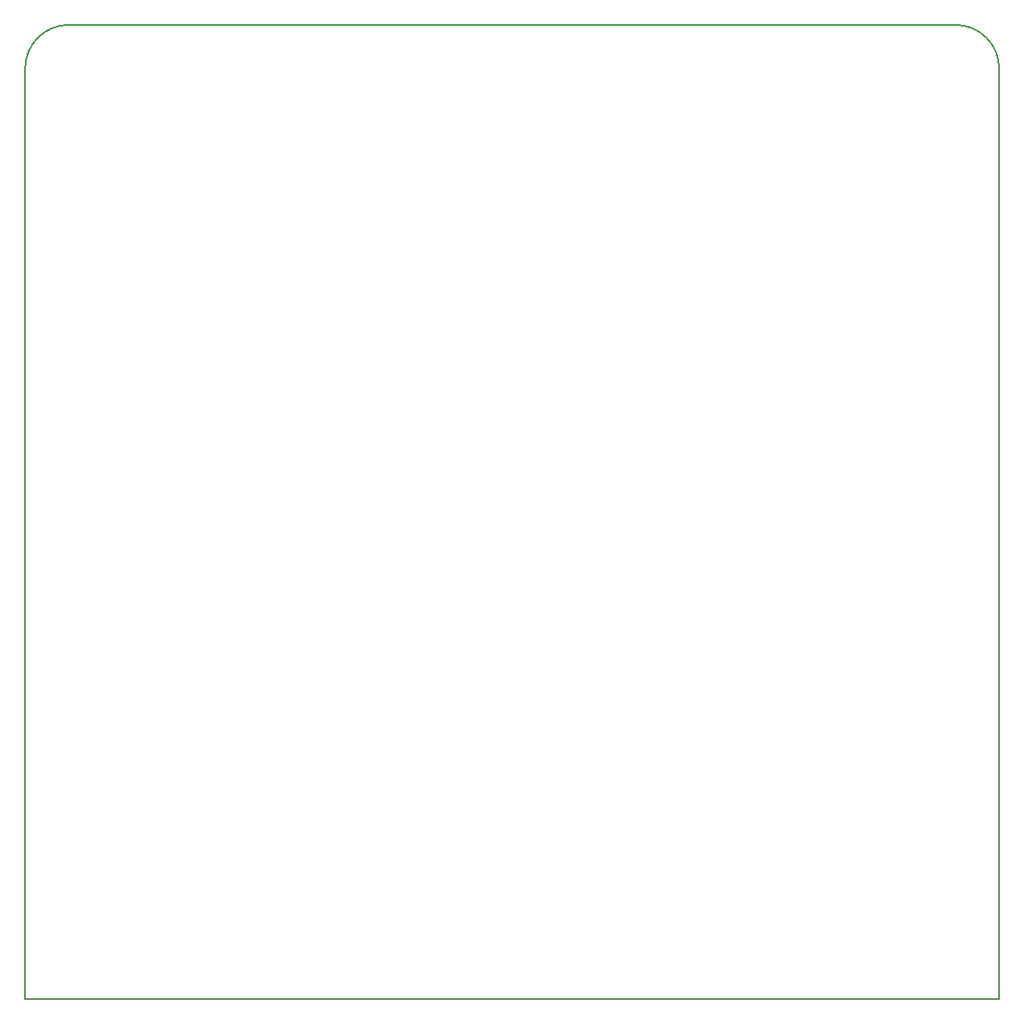
<source format=gm1>
G04 #@! TF.FileFunction,Profile,NP*
%FSLAX46Y46*%
G04 Gerber Fmt 4.6, Leading zero omitted, Abs format (unit mm)*
G04 Created by KiCad (PCBNEW 4.0.7) date 11/28/19 14:34:31*
%MOMM*%
%LPD*%
G01*
G04 APERTURE LIST*
%ADD10C,0.100000*%
%ADD11C,0.150000*%
G04 APERTURE END LIST*
D10*
D11*
X100330000Y-52705000D02*
X100330000Y-147320000D01*
X104775000Y-48260000D02*
X194945000Y-48260000D01*
X104775000Y-48260000D02*
G75*
G03X100330000Y-52705000I0J-4445000D01*
G01*
X199390000Y-52705000D02*
G75*
G03X194945000Y-48260000I-4445000J0D01*
G01*
X199390000Y-52705000D02*
X199390000Y-147320000D01*
X199390000Y-147320000D02*
X100330000Y-147320000D01*
M02*

</source>
